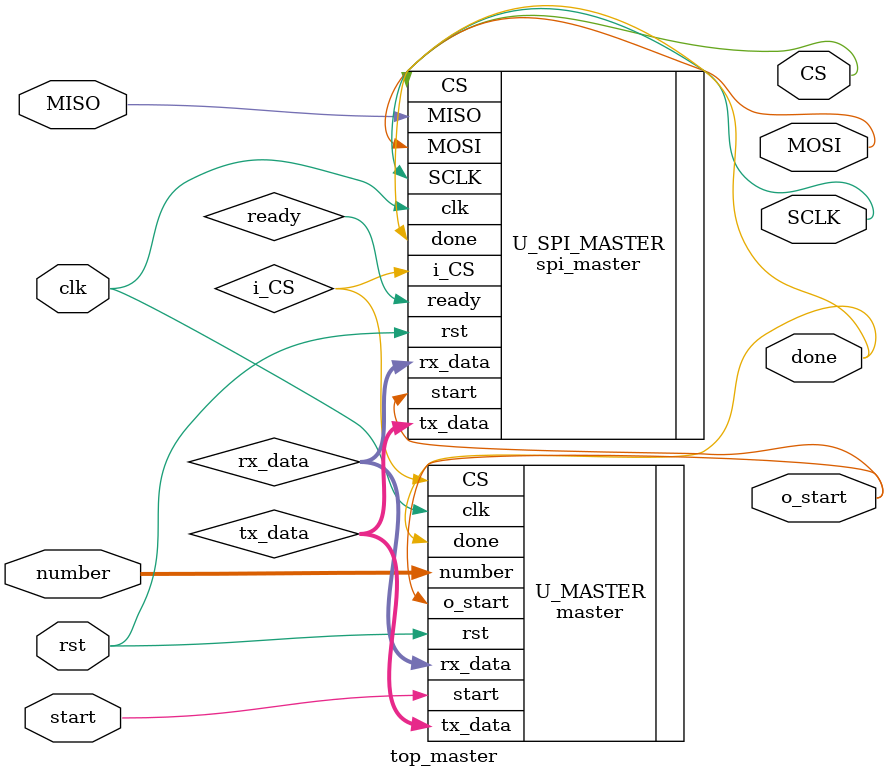
<source format=v>
`timescale 1ns/1ps

module top_master(
    input clk,
    input rst,
    input start,
    input [13:0] number,
    output SCLK,
    output MOSI,
    input MISO,
    output o_start,
    output CS,
    output done
);

    wire i_CS;
    wire [7:0] tx_data, rx_data;

    master U_MASTER(
        .clk(clk),
        .rst(rst),
        .start(start),
        .number(number),
        .o_start(o_start),
        .tx_data(tx_data),
        .rx_data(rx_data),
        .done(done),
        .CS(i_CS)
    );

    spi_master U_SPI_MASTER(
        .clk(clk),
        .rst(rst),
        .i_CS(i_CS),
        .SCLK(SCLK),
        .tx_data(tx_data),
        .start(o_start),
        .ready(ready),
        .done(done),
        .rx_data(rx_data),
        .MOSI(MOSI),
        .CS(CS),
        .MISO(MISO)
    );


endmodule
</source>
